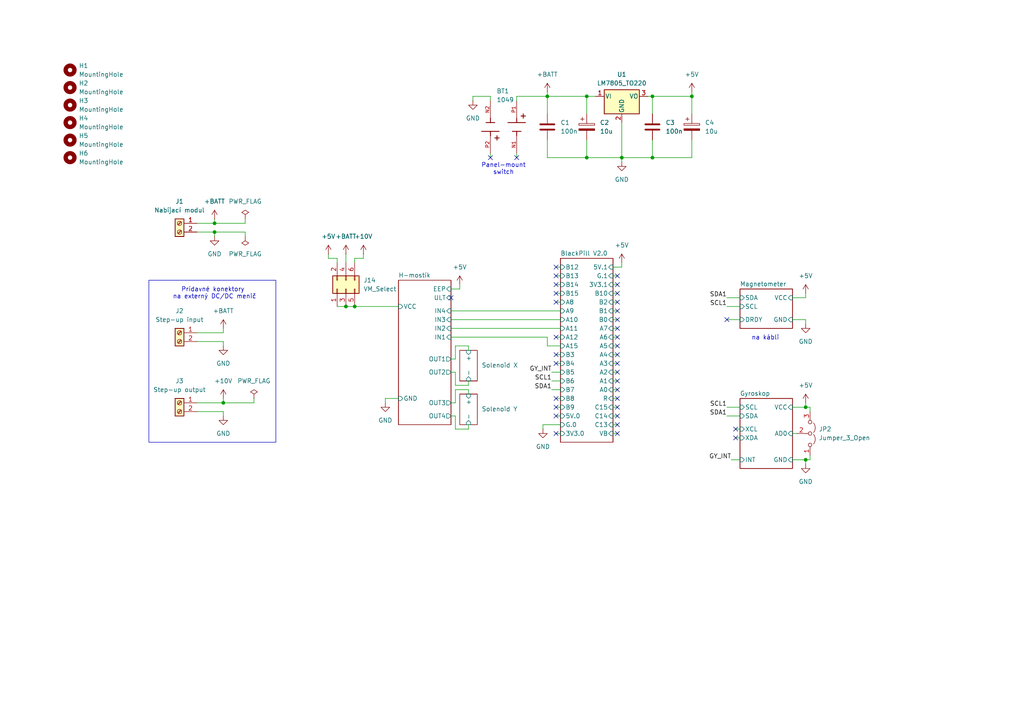
<source format=kicad_sch>
(kicad_sch (version 20250114) (generator "eeschema") (generator_version "9.0")
  (paper "A4")
  (title_block (title "Magnetorquer Control Board") (comment 1 "Main schematic"))
  (lib_symbols
    (symbol "Connector:Screw_Terminal_01x02" (pin_names (offset 1.016) (hide yes))
      (property "Reference" "J" (at 0 2.54 0))
      (property "Value" "Screw_Terminal_01x02" (at 0 -5.08 0))
      (symbol "Screw_Terminal_01x02_1_1"
        (rectangle (start -1.27 1.27) (end 1.27 -3.81) (stroke (width 0.254)) (fill (type background)))
        (polyline (pts (xy -0.5334 0.3302) (xy 0.3302 -0.508)) (stroke (width 0.1524)))
        (polyline (pts (xy -0.5334 -2.2098) (xy 0.3302 -3.048)) (stroke (width 0.1524)))
        (polyline (pts (xy -0.3556 0.508) (xy 0.508 -0.3302)) (stroke (width 0.1524)))
        (polyline (pts (xy -0.3556 -2.032) (xy 0.508 -2.8702)) (stroke (width 0.1524)))
        (circle (center 0 0) (radius 0.635) (stroke (width 0.1524)))
        (circle (center 0 -2.54) (radius 0.635) (stroke (width 0.1524)))
        (pin passive line (at -5.08 0 0) (length 3.81) (name "Pin_1") (number "1"))
        (pin passive line (at -5.08 -2.54 0) (length 3.81) (name "Pin_2") (number "2"))
      )
    )
    (symbol "Connector_Generic:Conn_02x03_Odd_Even" (pin_names (offset 1.016) (hide yes))
      (property "Reference" "J" (at 1.27 5.08 0))
      (property "Value" "Conn_02x03_Odd_Even" (at 1.27 -5.08 0))
      (symbol "Conn_02x03_Odd_Even_1_1"
        (rectangle (start -1.27 3.81) (end 3.81 -3.81) (stroke (width 0.254)) (fill (type background)))
        (rectangle (start -1.27 2.667) (end 0 2.413) (stroke (width 0.1524)))
        (rectangle (start -1.27 0.127) (end 0 -0.127) (stroke (width 0.1524)))
        (rectangle (start -1.27 -2.413) (end 0 -2.667) (stroke (width 0.1524)))
        (rectangle (start 3.81 2.667) (end 2.54 2.413) (stroke (width 0.1524)))
        (rectangle (start 3.81 0.127) (end 2.54 -0.127) (stroke (width 0.1524)))
        (rectangle (start 3.81 -2.413) (end 2.54 -2.667) (stroke (width 0.1524)))
        (pin passive line (at -5.08 2.54 0) (length 3.81) (name "Pin_1") (number "1"))
        (pin passive line (at -5.08 0 0) (length 3.81) (name "Pin_3") (number "3"))
        (pin passive line (at -5.08 -2.54 0) (length 3.81) (name "Pin_5") (number "5"))
        (pin passive line (at 7.62 2.54 180) (length 3.81) (name "Pin_2") (number "2"))
        (pin passive line (at 7.62 0 180) (length 3.81) (name "Pin_4") (number "4"))
        (pin passive line (at 7.62 -2.54 180) (length 3.81) (name "Pin_6") (number "6"))
      )
    )
    (symbol "Device:C" (pin_numbers (hide yes)) (pin_names (offset 0.254))
      (property "Reference" "C" (at 0.635 2.54 0))
      (property "Value" "C" (at 0.635 -2.54 0))
      (symbol "C_0_1"
        (polyline (pts (xy -2.032 0.762) (xy 2.032 0.762)) (stroke (width 0.508)))
        (polyline (pts (xy -2.032 -0.762) (xy 2.032 -0.762)) (stroke (width 0.508)))
      )
      (symbol "C_1_1"
        (pin passive line (at 0 3.81 270) (length 2.794) (name "~") (number "1"))
        (pin passive line (at 0 -3.81 90) (length 2.794) (name "~") (number "2"))
      )
    )
    (symbol "Device:C_Polarized" (pin_numbers (hide yes)) (pin_names (offset 0.254))
      (property "Reference" "C" (at 0.635 2.54 0))
      (property "Value" "C_Polarized" (at 0.635 -2.54 0))
      (symbol "C_Polarized_0_1"
        (rectangle (start -2.286 0.508) (end 2.286 1.016))
        (polyline (pts (xy -1.778 2.286) (xy -0.762 2.286)))
        (polyline (pts (xy -1.27 2.794) (xy -1.27 1.778)))
        (rectangle (start 2.286 -0.508) (end -2.286 -1.016) (fill (type outline)))
      )
      (symbol "C_Polarized_1_1"
        (pin passive line (at 0 3.81 270) (length 2.794) (name "~") (number "1"))
        (pin passive line (at 0 -3.81 90) (length 2.794) (name "~") (number "2"))
      )
    )
    (symbol "Jumper:Jumper_3_Open" (pin_names (offset 0) (hide yes)) (exclude_from_sim yes) (in_bom no)
      (property "Reference" "JP" (at -2.54 -2.54 0))
      (property "Value" "Jumper_3_Open" (at 0 2.794 0))
      (symbol "Jumper_3_Open_0_0"
        (circle (center -3.302 0) (radius 0.508))
        (circle (center 0 0) (radius 0.508))
        (circle (center 3.302 0) (radius 0.508))
      )
      (symbol "Jumper_3_Open_0_1"
        (arc (start -3.048 1.016) (mid -1.651 1.4992) (end -0.254 1.016))
        (polyline (pts (xy 0 -0.508) (xy 0 -1.27)))
        (arc (start 0.254 1.016) (mid 1.651 1.4992) (end 3.048 1.016))
      )
      (symbol "Jumper_3_Open_1_1"
        (pin passive line (at -6.35 0 0) (length 2.54) (name "A") (number "1"))
        (pin passive line (at 0 -3.81 90) (length 2.54) (name "C") (number "2"))
        (pin passive line (at 6.35 0 180) (length 2.54) (name "B") (number "3"))
      )
    )
    (symbol "Mechanical:MountingHole" (pin_names (offset 1.016)) (exclude_from_sim yes) (in_bom no)
      (property "Reference" "H" (at 0 5.08 0))
      (property "Value" "MountingHole" (at 0 3.175 0))
      (symbol "MountingHole_0_1"
        (circle (center 0 0) (radius 1.27) (stroke (width 1.27)))
      )
    )
    (symbol "NDE_lib:1049" (pin_names (offset 1.016))
      (property "Reference" "BT" (at -3.81 8.89 0))
      (property "Value" "1049" (at -3.81 -7.62 0))
      (symbol "1049_0_0"
        (polyline (pts (xy -3.81 6.985) (xy -2.54 6.985)) (stroke (width 0.254)))
        (polyline (pts (xy -3.175 7.62) (xy -3.175 6.35)) (stroke (width 0.254)))
        (polyline (pts (xy -1.27 7.62) (xy -1.27 5.08)) (stroke (width 0.254)))
        (polyline (pts (xy -1.27 5.08) (xy -2.54 5.08)) (stroke (width 0.254)))
        (polyline (pts (xy -1.27 5.08) (xy -1.27 2.54)) (stroke (width 0.254)))
        (polyline (pts (xy -1.27 -2.54) (xy -2.54 -2.54)) (stroke (width 0.254)))
        (polyline (pts (xy -1.27 -2.54) (xy -1.27 -1.27)) (stroke (width 0.254)))
        (polyline (pts (xy -1.27 -3.81) (xy -1.27 -2.54)) (stroke (width 0.254)))
        (polyline (pts (xy 1.27 6.35) (xy 1.27 5.08)) (stroke (width 0.254)))
        (polyline (pts (xy 1.27 5.08) (xy 1.27 3.81)) (stroke (width 0.254)))
        (polyline (pts (xy 1.27 5.08) (xy 2.54 5.08)) (stroke (width 0.254)))
        (polyline (pts (xy 1.27 -2.54) (xy 1.27 0)) (stroke (width 0.254)))
        (polyline (pts (xy 1.27 -2.54) (xy 2.54 -2.54)) (stroke (width 0.254)))
        (polyline (pts (xy 1.27 -5.08) (xy 1.27 -2.54)) (stroke (width 0.254)))
        (polyline (pts (xy 3.175 -1.27) (xy 3.175 0)) (stroke (width 0.254)))
        (polyline (pts (xy 3.81 -0.635) (xy 2.54 -0.635)) (stroke (width 0.254)))
        (pin passive line (at -7.62 5.08 0) (length 5.08) (name "~") (number "P1"))
        (pin passive line (at -7.62 -2.54 0) (length 5.08) (name "~") (number "N2"))
        (pin passive line (at 7.62 5.08 180) (length 5.08) (name "~") (number "N1"))
        (pin passive line (at 7.62 -2.54 180) (length 5.08) (name "~") (number "P2"))
      )
    )
    (symbol "Regulator_Linear:LM7805_TO220" (pin_names (offset 0.254))
      (property "Reference" "U" (at -3.81 3.175 0))
      (property "Value" "LM7805_TO220" (at 0 3.175 0))
      (symbol "LM7805_TO220_0_1"
        (rectangle (start -5.08 1.905) (end 5.08 -5.08) (stroke (width 0.254)) (fill (type background)))
      )
      (symbol "LM7805_TO220_1_1"
        (pin power_in line (at -7.62 0 0) (length 2.54) (name "VI") (number "1"))
        (pin power_in line (at 0 -7.62 90) (length 2.54) (name "GND") (number "2"))
        (pin power_out line (at 7.62 0 180) (length 2.54) (name "VO") (number "3"))
      )
    )
    (symbol "power:+10V" (power) (pin_numbers (hide yes)) (pin_names (offset 0) (hide yes))
      (property "Value" "+10V" (at 0 3.556 0))
      (symbol "+10V_0_1"
        (polyline (pts (xy -0.762 1.27) (xy 0 2.54)))
        (polyline (pts (xy 0 2.54) (xy 0.762 1.27)))
        (polyline (pts (xy 0 0) (xy 0 2.54)))
      )
      (symbol "+10V_1_1"
        (pin power_in line (at 0 0 90) (length 0) (name "~") (number "1"))
      )
    )
    (symbol "power:+5V" (power) (pin_numbers (hide yes)) (pin_names (offset 0) (hide yes))
      (property "Value" "+5V" (at 0 3.556 0))
      (symbol "+5V_0_1"
        (polyline (pts (xy -0.762 1.27) (xy 0 2.54)))
        (polyline (pts (xy 0 2.54) (xy 0.762 1.27)))
        (polyline (pts (xy 0 0) (xy 0 2.54)))
      )
      (symbol "+5V_1_1"
        (pin power_in line (at 0 0 90) (length 0) (name "~") (number "1"))
      )
    )
    (symbol "power:+BATT" (power) (pin_numbers (hide yes)) (pin_names (offset 0) (hide yes))
      (property "Value" "+BATT" (at 0 3.556 0))
      (symbol "+BATT_0_1"
        (polyline (pts (xy -0.762 1.27) (xy 0 2.54)))
        (polyline (pts (xy 0 2.54) (xy 0.762 1.27)))
        (polyline (pts (xy 0 0) (xy 0 2.54)))
      )
      (symbol "+BATT_1_1"
        (pin power_in line (at 0 0 90) (length 0) (name "~") (number "1"))
      )
    )
    (symbol "power:GND" (power) (pin_numbers (hide yes)) (pin_names (offset 0) (hide yes))
      (property "Value" "GND" (at 0 -3.81 0))
      (symbol "GND_0_1"
        (polyline (pts (xy 0 0) (xy 0 -1.27) (xy 1.27 -1.27) (xy 0 -2.54) (xy -1.27 -1.27) (xy 0 -1.27)))
      )
      (symbol "GND_1_1"
        (pin power_in line (at 0 0 270) (length 0) (name "~") (number "1"))
      )
    )
    (symbol "power:PWR_FLAG" (power) (pin_numbers (hide yes)) (pin_names (offset 0) (hide yes))
      (property "Value" "PWR_FLAG" (at 0 3.81 0))
      (symbol "PWR_FLAG_0_0"
        (pin power_out line (at 0 0 90) (length 0) (name "~") (number "1"))
      )
      (symbol "PWR_FLAG_0_1"
        (polyline (pts (xy 0 0) (xy 0 1.27) (xy -1.016 1.905) (xy 0 2.54) (xy 1.016 1.905) (xy 0 1.27)))
      )
    )
  )
  (rectangle (start 43.18 81.28) (end 80.01 128.27))
  (text "Prídavné konektory \nna externý DC/DC menič" (at 62.23 85.09 0) (effects (font (size 1.27 1.27))))
  (text "na kábli" (at 221.996 98.044 0) (effects (font (size 1.27 1.27))))
  (text "Panel-mount\nswitch" (at 146.05 49.022 0) (effects (font (size 1.27 1.27))))
  (junction (at 189.23 45.72))
  (junction (at 180.34 45.72))
  (junction (at 62.23 64.77))
  (junction (at 100.33 88.9))
  (junction (at 233.68 133.35))
  (junction (at 200.66 27.94))
  (junction (at 170.18 27.94))
  (junction (at 189.23 27.94))
  (junction (at 233.68 118.11))
  (junction (at 64.77 116.84))
  (junction (at 170.18 45.72))
  (junction (at 102.87 88.9))
  (junction (at 158.75 27.94))
  (junction (at 62.23 67.31))
  (no_connect (at 161.29 105.41))
  (no_connect (at 179.07 113.03))
  (no_connect (at 179.07 107.95))
  (no_connect (at 179.07 105.41))
  (no_connect (at 161.29 87.63))
  (no_connect (at 179.07 118.11))
  (no_connect (at 179.07 115.57))
  (no_connect (at 161.29 115.57))
  (no_connect (at 179.07 87.63))
  (no_connect (at 179.07 80.01))
  (no_connect (at 161.29 118.11))
  (no_connect (at 161.29 102.87))
  (no_connect (at 130.81 86.36))
  (no_connect (at 161.29 82.55))
  (no_connect (at 213.36 127))
  (no_connect (at 179.07 97.79))
  (no_connect (at 161.29 120.65))
  (no_connect (at 161.29 125.73))
  (no_connect (at 179.07 123.19))
  (no_connect (at 210.82 92.71))
  (no_connect (at 213.36 124.46))
  (no_connect (at 161.29 77.47))
  (no_connect (at 179.07 95.25))
  (no_connect (at 179.07 125.73))
  (no_connect (at 142.24 45.72))
  (no_connect (at 161.29 85.09))
  (no_connect (at 179.07 120.65))
  (no_connect (at 179.07 110.49))
  (no_connect (at 149.86 45.72))
  (no_connect (at 161.29 80.01))
  (no_connect (at 179.07 100.33))
  (no_connect (at 179.07 92.71))
  (no_connect (at 179.07 82.55))
  (no_connect (at 179.07 85.09))
  (no_connect (at 161.29 97.79))
  (no_connect (at 179.07 90.17))
  (no_connect (at 179.07 102.87))
  (wire (pts (xy 132.08 107.95) (xy 132.08 111.76)))
  (wire (pts (xy 158.75 27.94) (xy 170.18 27.94)))
  (wire (pts (xy 102.87 88.9) (xy 115.57 88.9)))
  (wire (pts (xy 135.89 111.76) (xy 135.89 110.49)))
  (wire (pts (xy 132.08 116.84) (xy 132.08 113.03)))
  (wire (pts (xy 161.29 82.55) (xy 162.56 82.55)))
  (wire (pts (xy 62.23 68.58) (xy 62.23 67.31)))
  (wire (pts (xy 210.82 92.71) (xy 214.63 92.71)))
  (wire (pts (xy 200.66 40.64) (xy 200.66 45.72)))
  (wire (pts (xy 105.41 73.66) (xy 105.41 74.93)))
  (wire (pts (xy 229.87 125.73) (xy 231.14 125.73)))
  (wire (pts (xy 158.75 26.67) (xy 158.75 27.94)))
  (wire (pts (xy 170.18 40.64) (xy 170.18 45.72)))
  (wire (pts (xy 210.82 86.36) (xy 214.63 86.36)))
  (wire (pts (xy 64.77 120.65) (xy 64.77 119.38)))
  (wire (pts (xy 62.23 67.31) (xy 57.15 67.31)))
  (wire (pts (xy 149.86 45.72) (xy 149.86 44.45)))
  (wire (pts (xy 73.66 116.84) (xy 64.77 116.84)))
  (wire (pts (xy 161.29 77.47) (xy 162.56 77.47)))
  (wire (pts (xy 62.23 67.31) (xy 71.12 67.31)))
  (wire (pts (xy 200.66 26.67) (xy 200.66 27.94)))
  (wire (pts (xy 64.77 116.84) (xy 57.15 116.84)))
  (wire (pts (xy 130.81 120.65) (xy 132.08 120.65)))
  (wire (pts (xy 180.34 35.56) (xy 180.34 45.72)))
  (wire (pts (xy 71.12 67.31) (xy 71.12 68.58)))
  (wire (pts (xy 161.29 80.01) (xy 162.56 80.01)))
  (wire (pts (xy 157.48 123.19) (xy 162.56 123.19)))
  (wire (pts (xy 233.68 92.71) (xy 233.68 93.98)))
  (wire (pts (xy 177.8 95.25) (xy 179.07 95.25)))
  (wire (pts (xy 100.33 76.2) (xy 100.33 73.66)))
  (wire (pts (xy 229.87 86.36) (xy 233.68 86.36)))
  (wire (pts (xy 180.34 77.47) (xy 180.34 76.2)))
  (wire (pts (xy 170.18 27.94) (xy 172.72 27.94)))
  (wire (pts (xy 177.8 92.71) (xy 179.07 92.71)))
  (wire (pts (xy 160.02 110.49) (xy 162.56 110.49)))
  (wire (pts (xy 64.77 119.38) (xy 57.15 119.38)))
  (wire (pts (xy 132.08 124.46) (xy 135.89 124.46)))
  (wire (pts (xy 177.8 125.73) (xy 179.07 125.73)))
  (wire (pts (xy 158.75 40.64) (xy 158.75 45.72)))
  (wire (pts (xy 62.23 64.77) (xy 57.15 64.77)))
  (wire (pts (xy 180.34 45.72) (xy 189.23 45.72)))
  (wire (pts (xy 229.87 92.71) (xy 233.68 92.71)))
  (wire (pts (xy 130.81 92.71) (xy 162.56 92.71)))
  (wire (pts (xy 161.29 85.09) (xy 162.56 85.09)))
  (wire (pts (xy 158.75 45.72) (xy 170.18 45.72)))
  (wire (pts (xy 105.41 74.93) (xy 102.87 74.93)))
  (wire (pts (xy 132.08 111.76) (xy 135.89 111.76)))
  (wire (pts (xy 177.8 105.41) (xy 179.07 105.41)))
  (wire (pts (xy 161.29 102.87) (xy 162.56 102.87)))
  (wire (pts (xy 180.34 45.72) (xy 180.34 46.99)))
  (wire (pts (xy 233.68 86.36) (xy 233.68 85.09)))
  (wire (pts (xy 210.82 88.9) (xy 214.63 88.9)))
  (wire (pts (xy 210.82 118.11) (xy 214.63 118.11)))
  (wire (pts (xy 130.81 97.79) (xy 158.75 97.79)))
  (wire (pts (xy 233.68 118.11) (xy 233.68 116.84)))
  (wire (pts (xy 132.08 120.65) (xy 132.08 124.46)))
  (wire (pts (xy 161.29 87.63) (xy 162.56 87.63)))
  (wire (pts (xy 132.08 113.03) (xy 135.89 113.03)))
  (wire (pts (xy 213.36 124.46) (xy 214.63 124.46)))
  (wire (pts (xy 100.33 88.9) (xy 102.87 88.9)))
  (wire (pts (xy 170.18 45.72) (xy 180.34 45.72)))
  (wire (pts (xy 73.66 115.57) (xy 73.66 116.84)))
  (wire (pts (xy 133.35 82.55) (xy 133.35 83.82)))
  (wire (pts (xy 142.24 45.72) (xy 142.24 44.45)))
  (wire (pts (xy 177.8 107.95) (xy 179.07 107.95)))
  (wire (pts (xy 135.89 100.33) (xy 135.89 101.6)))
  (wire (pts (xy 177.8 118.11) (xy 179.07 118.11)))
  (wire (pts (xy 233.68 133.35) (xy 233.68 134.62)))
  (wire (pts (xy 161.29 97.79) (xy 162.56 97.79)))
  (wire (pts (xy 161.29 118.11) (xy 162.56 118.11)))
  (wire (pts (xy 229.87 133.35) (xy 233.68 133.35)))
  (wire (pts (xy 64.77 99.06) (xy 57.15 99.06)))
  (wire (pts (xy 189.23 27.94) (xy 200.66 27.94)))
  (wire (pts (xy 212.09 133.35) (xy 214.63 133.35)))
  (wire (pts (xy 161.29 125.73) (xy 162.56 125.73)))
  (wire (pts (xy 177.8 115.57) (xy 179.07 115.57)))
  (wire (pts (xy 64.77 96.52) (xy 57.15 96.52)))
  (wire (pts (xy 200.66 27.94) (xy 200.66 33.02)))
  (wire (pts (xy 158.75 100.33) (xy 162.56 100.33)))
  (wire (pts (xy 234.95 118.11) (xy 233.68 118.11)))
  (wire (pts (xy 102.87 74.93) (xy 102.87 76.2)))
  (wire (pts (xy 189.23 45.72) (xy 200.66 45.72)))
  (wire (pts (xy 229.87 118.11) (xy 233.68 118.11)))
  (wire (pts (xy 137.16 27.94) (xy 137.16 29.21)))
  (wire (pts (xy 177.8 113.03) (xy 179.07 113.03)))
  (wire (pts (xy 177.8 77.47) (xy 180.34 77.47)))
  (wire (pts (xy 64.77 96.52) (xy 64.77 95.25)))
  (wire (pts (xy 149.86 27.94) (xy 158.75 27.94)))
  (wire (pts (xy 189.23 40.64) (xy 189.23 45.72)))
  (wire (pts (xy 130.81 107.95) (xy 132.08 107.95)))
  (wire (pts (xy 210.82 120.65) (xy 214.63 120.65)))
  (wire (pts (xy 135.89 124.46) (xy 135.89 123.19)))
  (wire (pts (xy 177.8 87.63) (xy 179.07 87.63)))
  (wire (pts (xy 130.81 90.17) (xy 162.56 90.17)))
  (wire (pts (xy 62.23 64.77) (xy 62.23 63.5)))
  (wire (pts (xy 161.29 120.65) (xy 162.56 120.65)))
  (wire (pts (xy 213.36 127) (xy 214.63 127)))
  (wire (pts (xy 177.8 123.19) (xy 179.07 123.19)))
  (wire (pts (xy 189.23 27.94) (xy 189.23 33.02)))
  (wire (pts (xy 158.75 97.79) (xy 158.75 100.33)))
  (wire (pts (xy 177.8 85.09) (xy 179.07 85.09)))
  (wire (pts (xy 62.23 64.77) (xy 71.12 64.77)))
  (wire (pts (xy 130.81 104.14) (xy 132.08 104.14)))
  (wire (pts (xy 115.57 115.57) (xy 111.76 115.57)))
  (wire (pts (xy 158.75 27.94) (xy 158.75 33.02)))
  (wire (pts (xy 161.29 105.41) (xy 162.56 105.41)))
  (wire (pts (xy 162.56 107.95) (xy 160.02 107.95)))
  (wire (pts (xy 177.8 97.79) (xy 179.07 97.79)))
  (wire (pts (xy 177.8 102.87) (xy 179.07 102.87)))
  (wire (pts (xy 135.89 113.03) (xy 135.89 114.3)))
  (wire (pts (xy 149.86 29.21) (xy 149.86 27.94)))
  (wire (pts (xy 177.8 90.17) (xy 179.07 90.17)))
  (wire (pts (xy 234.95 133.35) (xy 233.68 133.35)))
  (wire (pts (xy 170.18 27.94) (xy 170.18 33.02)))
  (wire (pts (xy 160.02 113.03) (xy 162.56 113.03)))
  (wire (pts (xy 64.77 115.57) (xy 64.77 116.84)))
  (wire (pts (xy 177.8 110.49) (xy 179.07 110.49)))
  (wire (pts (xy 111.76 115.57) (xy 111.76 116.84)))
  (wire (pts (xy 177.8 80.01) (xy 179.07 80.01)))
  (wire (pts (xy 97.79 74.93) (xy 97.79 76.2)))
  (wire (pts (xy 130.81 95.25) (xy 162.56 95.25)))
  (wire (pts (xy 130.81 116.84) (xy 132.08 116.84)))
  (wire (pts (xy 64.77 100.33) (xy 64.77 99.06)))
  (wire (pts (xy 71.12 63.5) (xy 71.12 64.77)))
  (wire (pts (xy 234.95 132.08) (xy 234.95 133.35)))
  (wire (pts (xy 137.16 27.94) (xy 142.24 27.94)))
  (wire (pts (xy 133.35 83.82) (xy 130.81 83.82)))
  (wire (pts (xy 95.25 74.93) (xy 95.25 73.66)))
  (wire (pts (xy 187.96 27.94) (xy 189.23 27.94)))
  (wire (pts (xy 132.08 104.14) (xy 132.08 100.33)))
  (wire (pts (xy 95.25 74.93) (xy 97.79 74.93)))
  (wire (pts (xy 142.24 29.21) (xy 142.24 27.94)))
  (wire (pts (xy 161.29 115.57) (xy 162.56 115.57)))
  (wire (pts (xy 132.08 100.33) (xy 135.89 100.33)))
  (wire (pts (xy 157.48 124.46) (xy 157.48 123.19)))
  (wire (pts (xy 177.8 120.65) (xy 179.07 120.65)))
  (wire (pts (xy 177.8 82.55) (xy 179.07 82.55)))
  (wire (pts (xy 234.95 119.38) (xy 234.95 118.11)))
  (wire (pts (xy 177.8 100.33) (xy 179.07 100.33)))
  (wire (pts (xy 97.79 88.9) (xy 100.33 88.9)))
  (label "SCL1" (at 210.82 88.9 180))
  (label "SCL1" (at 160.02 110.49 180))
  (label "SDA1" (at 160.02 113.03 180))
  (label "GY_INT" (at 160.02 107.95 180))
  (label "GY_INT" (at 212.09 133.35 180))
  (label "SCL1" (at 210.82 118.11 180))
  (label "SDA1" (at 210.82 120.65 180))
  (label "SDA1" (at 210.82 86.36 180))
  (symbol (lib_id "Connector:Screw_Terminal_01x02") (at 52.07 96.52 0) (mirror y) (unit 1)
    (property "Reference" "J2" (at 52.07 90.17 0))
    (property "Value" "Step-up input" (at 52.07 92.71 0))
    (property "Footprint" "TerminalBlock_RND:TerminalBlock_RND_205-00012_1x02_P5.00mm_Horizontal" (effects (hide yes)))
    (property "Datasheet" "https://www.tme.eu/cz/details/tc0203620000g/svorkovnice-do-plosnych-spoju/amphenol-anytek/" (effects (hide yes)))
    (property "Description" "Generic screw terminal, single row, 01x02, script generated (kicad-library-utils/schlib/autogen/connector/)" (effects (hide yes)))
  )
  (symbol (lib_id "Mechanical:MountingHole") (at 20.32 40.64 0) (unit 1) (exclude_from_sim yes) (in_bom no)
    (property "Reference" "H5" (at 22.86 39.3699 0) (effects (justify left)))
    (property "Value" "MountingHole" (at 22.86 41.9099 0) (effects (justify left)))
    (property "Footprint" "MountingHole:MountingHole_3.2mm_M3_ISO14580" (effects (hide yes)))
    (property "Description" "Mounting Hole without connection" (effects (hide yes)))
  )
  (symbol (lib_id "Mechanical:MountingHole") (at 20.32 45.72 0) (unit 1) (exclude_from_sim yes) (in_bom no)
    (property "Reference" "H6" (at 22.86 44.4499 0) (effects (justify left)))
    (property "Value" "MountingHole" (at 22.86 46.9899 0) (effects (justify left)))
    (property "Footprint" "MountingHole:MountingHole_3.2mm_M3_ISO14580" (effects (hide yes)))
    (property "Description" "Mounting Hole without connection" (effects (hide yes)))
  )
  (symbol (lib_id "Connector:Screw_Terminal_01x02") (at 52.07 64.77 0) (mirror y) (unit 1)
    (property "Reference" "J1" (at 52.07 58.42 0))
    (property "Value" "Nabíjací modul" (at 52.07 60.96 0))
    (property "Footprint" "TerminalBlock_RND:TerminalBlock_RND_205-00012_1x02_P5.00mm_Horizontal" (effects (hide yes)))
    (property "Datasheet" "https://www.tme.eu/cz/details/tc0203620000g/svorkovnice-do-plosnych-spoju/amphenol-anytek/" (effects (hide yes)))
    (property "Description" "Generic screw terminal, single row, 01x02, script generated (kicad-library-utils/schlib/autogen/connector/)" (effects (hide yes)))
  )
  (symbol (lib_id "Device:C_Polarized") (at 170.18 36.83 0) (unit 1)
    (property "Reference" "C2" (at 173.99 35.56 0) (effects (justify left)))
    (property "Value" "10u" (at 173.99 38.1 0) (effects (justify left)))
    (property "Footprint" "Capacitor_THT:CP_Radial_D5.0mm_P2.50mm" (effects (hide yes)))
    (property "Description" "Polarized capacitor" (effects (hide yes)))
  )
  (symbol (lib_id "Jumper:Jumper_3_Open") (at 234.95 125.73 270) (mirror x) (unit 1) (in_bom no)
    (property "Reference" "JP2" (at 237.49 124.4599 90) (effects (justify left)))
    (property "Value" "Jumper_3_Open" (at 237.49 126.9999 90) (effects (justify left)))
    (property "Footprint" "Connector_PinHeader_2.54mm:PinHeader_1x03_P2.54mm_Vertical" (effects (hide yes)))
    (property "Description" "Jumper, 3-pole, both open" (effects (hide yes)))
  )
  (symbol (lib_id "NDE_lib:1049") (at 144.78 36.83 270) (unit 1)
    (property "Reference" "BT1" (at 144.018 26.416 90) (effects (justify left)))
    (property "Value" "1049" (at 144.018 28.956 90) (effects (justify left)))
    (property "Footprint" "NDE_lib:BAT_1049" (effects (hide yes)))
    (property "MF" "Keystone Electronics" (effects (hide yes)))
    (property "MAXIMUM_PACKAGE_HEIGHT" "15.1mm" (effects (hide yes)))
    (property "Package" "None" (effects (hide yes)))
    (property "Price" "None" (effects (hide yes)))
    (property "Check_prices" "https://www.snapeda.com/parts/1049/Keystone/view-part/?ref=eda" (effects (hide yes)))
    (property "STANDARD" "Manufacturer Recommendations" (effects (hide yes)))
    (property "PARTREV" "F" (effects (hide yes)))
    (property "SnapEDA_Link" "https://www.snapeda.com/parts/1049/Keystone/view-part/?ref=snap" (effects (hide yes)))
    (property "MP" "1049" (effects (hide yes)))
    (property "Description_1" "THM Holder for Dual 18650 Batteries" (effects (hide yes)))
    (property "MANUFACTURER" "Keystone" (effects (hide yes)))
    (property "Availability" "Not in stock" (effects (hide yes)))
    (property "SNAPEDA_PN" "109" (effects (hide yes)))
  )
  (symbol (lib_id "power:+BATT") (at 62.23 63.5 0) (unit 1)
    (property "Reference" "#PWR01" (effects (hide yes)))
    (property "Value" "+BATT" (at 62.23 58.42 0))
    (property "Description" "Power symbol creates a global label with name \"+BATT\"" (effects (hide yes)))
  )
  (symbol (lib_id "Mechanical:MountingHole") (at 20.32 25.4 0) (unit 1) (exclude_from_sim yes) (in_bom no)
    (property "Reference" "H2" (at 22.86 24.1299 0) (effects (justify left)))
    (property "Value" "MountingHole" (at 22.86 26.6699 0) (effects (justify left)))
    (property "Footprint" "MountingHole:MountingHole_3.2mm_M3_ISO14580" (effects (hide yes)))
    (property "Description" "Mounting Hole without connection" (effects (hide yes)))
  )
  (symbol (lib_id "power:+BATT") (at 64.77 95.25 0) (unit 1)
    (property "Reference" "#PWR06" (effects (hide yes)))
    (property "Value" "+BATT" (at 64.77 90.17 0))
    (property "Description" "Power symbol creates a global label with name \"+BATT\"" (effects (hide yes)))
  )
  (symbol (lib_id "power:GND") (at 180.34 46.99 0) (unit 1)
    (property "Reference" "#PWR07" (effects (hide yes)))
    (property "Value" "GND" (at 180.34 52.07 0))
    (property "Description" "Power symbol creates a global label with name \"GND\" , ground" (effects (hide yes)))
  )
  (symbol (lib_id "Regulator_Linear:LM7805_TO220") (at 180.34 27.94 0) (unit 1)
    (property "Reference" "U1" (at 180.34 21.59 0))
    (property "Value" "LM7805_TO220" (at 180.34 24.13 0))
    (property "Footprint" "Package_TO_SOT_THT:TO-220-3_Vertical" (effects (hide yes)))
    (property "Datasheet" "https://www.onsemi.cn/PowerSolutions/document/MC7800-D.PDF" (effects (hide yes)))
    (property "Description" "Positive 1A 35V Linear Regulator, Fixed Output 5V, TO-220" (effects (hide yes)))
  )
  (symbol (lib_id "power:GND") (at 64.77 120.65 0) (unit 1)
    (property "Reference" "#PWR011" (effects (hide yes)))
    (property "Value" "GND" (at 64.77 125.73 0))
    (property "Description" "Power symbol creates a global label with name \"GND\" , ground" (effects (hide yes)))
  )
  (symbol (lib_id "power:GND") (at 157.48 124.46 0) (unit 1)
    (property "Reference" "#PWR017" (effects (hide yes)))
    (property "Value" "GND" (at 157.48 129.54 0))
    (property "Description" "Power symbol creates a global label with name \"GND\" , ground" (effects (hide yes)))
  )
  (symbol (lib_id "power:+5V") (at 233.68 116.84 0) (unit 1)
    (property "Reference" "#PWR016" (effects (hide yes)))
    (property "Value" "+5V" (at 233.68 111.76 0))
    (property "Description" "Power symbol creates a global label with name \"+5V\"" (effects (hide yes)))
  )
  (symbol (lib_id "Device:C_Polarized") (at 200.66 36.83 0) (unit 1)
    (property "Reference" "C4" (at 204.47 35.56 0) (effects (justify left)))
    (property "Value" "10u" (at 204.47 38.1 0) (effects (justify left)))
    (property "Footprint" "Capacitor_THT:CP_Radial_D5.0mm_P2.50mm" (effects (hide yes)))
    (property "Description" "Polarized capacitor" (effects (hide yes)))
  )
  (symbol (lib_id "Device:C") (at 158.75 36.83 0) (unit 1)
    (property "Reference" "C1" (at 162.56 35.5599 0) (effects (justify left)))
    (property "Value" "100n" (at 162.56 38.0999 0) (effects (justify left)))
    (property "Footprint" "Capacitor_THT:C_Disc_D5.0mm_W2.5mm_P2.50mm" (effects (hide yes)))
    (property "Description" "Unpolarized capacitor" (effects (hide yes)))
  )
  (symbol (lib_id "power:PWR_FLAG") (at 73.66 115.57 0) (unit 1) (in_bom no)
    (property "Reference" "#FLG03" (effects (hide yes)))
    (property "Value" "PWR_FLAG" (at 73.66 110.49 0))
    (property "Description" "Special symbol for telling ERC where power comes from" (effects (hide yes)))
  )
  (symbol (lib_id "power:+5V") (at 200.66 26.67 0) (unit 1)
    (property "Reference" "#PWR03" (effects (hide yes)))
    (property "Value" "+5V" (at 200.66 21.59 0))
    (property "Description" "Power symbol creates a global label with name \"+5V\"" (effects (hide yes)))
  )
  (symbol (lib_id "Connector_Generic:Conn_02x03_Odd_Even") (at 100.33 83.82 90) (unit 1)
    (property "Reference" "J14" (at 105.41 81.2799 90) (effects (justify right)))
    (property "Value" "VM_Select" (at 105.41 83.8199 90) (effects (justify right)))
    (property "Footprint" "Connector_PinHeader_2.54mm:PinHeader_2x03_P2.54mm_Vertical" (effects (hide yes)))
    (property "Description" "Generic connector, double row, 02x03, odd/even pin numbering scheme (row 1 odd numbers, row 2 even numbers), script generated (kicad-library-utils/schlib/autogen/connector/)" (effects (hide yes)))
  )
  (symbol (lib_id "power:+10V") (at 64.77 115.57 0) (unit 1)
    (property "Reference" "#PWR020" (effects (hide yes)))
    (property "Value" "+10V" (at 64.77 110.49 0))
    (property "Description" "Power symbol creates a global label with name \"+10V\"" (effects (hide yes)))
  )
  (symbol (lib_id "power:GND") (at 233.68 134.62 0) (unit 1)
    (property "Reference" "#PWR019" (effects (hide yes)))
    (property "Value" "GND" (at 233.68 139.7 0))
    (property "Description" "Power symbol creates a global label with name \"GND\" , ground" (effects (hide yes)))
  )
  (symbol (lib_id "power:+5V") (at 180.34 76.2 0) (unit 1)
    (property "Reference" "#PWR010" (effects (hide yes)))
    (property "Value" "+5V" (at 180.34 71.12 0))
    (property "Description" "Power symbol creates a global label with name \"+5V\"" (effects (hide yes)))
  )
  (symbol (lib_id "Mechanical:MountingHole") (at 20.32 30.48 0) (unit 1) (exclude_from_sim yes) (in_bom no)
    (property "Reference" "H3" (at 22.86 29.2099 0) (effects (justify left)))
    (property "Value" "MountingHole" (at 22.86 31.7499 0) (effects (justify left)))
    (property "Footprint" "MountingHole:MountingHole_3.2mm_M3_ISO14580" (effects (hide yes)))
    (property "Description" "Mounting Hole without connection" (effects (hide yes)))
  )
  (symbol (lib_id "power:PWR_FLAG") (at 71.12 63.5 0) (mirror y) (unit 1) (in_bom no)
    (property "Reference" "#FLG01" (effects (hide yes)))
    (property "Value" "PWR_FLAG" (at 71.12 58.42 0))
    (property "Description" "Special symbol for telling ERC where power comes from" (effects (hide yes)))
  )
  (symbol (lib_id "power:GND") (at 111.76 116.84 0) (unit 1)
    (property "Reference" "#PWR018" (effects (hide yes)))
    (property "Value" "GND" (at 111.76 121.92 0))
    (property "Description" "Power symbol creates a global label with name \"GND\" , ground" (effects (hide yes)))
  )
  (symbol (lib_id "power:+BATT") (at 100.33 73.66 0) (unit 1)
    (property "Reference" "#PWR015" (effects (hide yes)))
    (property "Value" "+BATT" (at 100.33 68.58 0))
    (property "Description" "Power symbol creates a global label with name \"+BATT\"" (effects (hide yes)))
  )
  (symbol (lib_id "Device:C") (at 189.23 36.83 0) (unit 1)
    (property "Reference" "C3" (at 193.04 35.5599 0) (effects (justify left)))
    (property "Value" "100n" (at 193.04 38.0999 0) (effects (justify left)))
    (property "Footprint" "Capacitor_THT:C_Disc_D5.0mm_W2.5mm_P2.50mm" (effects (hide yes)))
    (property "Description" "Unpolarized capacitor" (effects (hide yes)))
  )
  (symbol (lib_id "power:+BATT") (at 158.75 26.67 0) (unit 1)
    (property "Reference" "#PWR02" (effects (hide yes)))
    (property "Value" "+BATT" (at 158.75 21.59 0))
    (property "Description" "Power symbol creates a global label with name \"+BATT\"" (effects (hide yes)))
  )
  (symbol (lib_id "power:GND") (at 62.23 68.58 0) (unit 1)
    (property "Reference" "#PWR05" (effects (hide yes)))
    (property "Value" "GND" (at 62.23 73.66 0))
    (property "Description" "Power symbol creates a global label with name \"GND\" , ground" (effects (hide yes)))
  )
  (symbol (lib_id "power:PWR_FLAG") (at 71.12 68.58 180) (unit 1) (in_bom no)
    (property "Reference" "#FLG02" (effects (hide yes)))
    (property "Value" "PWR_FLAG" (at 71.12 73.66 0))
    (property "Description" "Special symbol for telling ERC where power comes from" (effects (hide yes)))
  )
  (symbol (lib_id "power:GND") (at 64.77 100.33 0) (unit 1)
    (property "Reference" "#PWR08" (effects (hide yes)))
    (property "Value" "GND" (at 64.77 105.41 0))
    (property "Description" "Power symbol creates a global label with name \"GND\" , ground" (effects (hide yes)))
  )
  (symbol (lib_id "power:GND") (at 233.68 93.98 0) (unit 1)
    (property "Reference" "#PWR014" (effects (hide yes)))
    (property "Value" "GND" (at 233.68 99.06 0))
    (property "Description" "Power symbol creates a global label with name \"GND\" , ground" (effects (hide yes)))
  )
  (symbol (lib_id "power:+5V") (at 133.35 82.55 0) (unit 1)
    (property "Reference" "#PWR013" (effects (hide yes)))
    (property "Value" "+5V" (at 133.35 77.47 0))
    (property "Description" "Power symbol creates a global label with name \"+5V\"" (effects (hide yes)))
  )
  (symbol (lib_id "power:+5V") (at 233.68 85.09 0) (unit 1)
    (property "Reference" "#PWR012" (effects (hide yes)))
    (property "Value" "+5V" (at 233.68 80.01 0))
    (property "Description" "Power symbol creates a global label with name \"+5V\"" (effects (hide yes)))
  )
  (symbol (lib_id "power:GND") (at 137.16 29.21 0) (unit 1)
    (property "Reference" "#PWR04" (effects (hide yes)))
    (property "Value" "GND" (at 137.16 34.29 0))
    (property "Description" "Power symbol creates a global label with name \"GND\" , ground" (effects (hide yes)))
  )
  (symbol (lib_id "Mechanical:MountingHole") (at 20.32 20.32 0) (unit 1) (exclude_from_sim yes) (in_bom no)
    (property "Reference" "H1" (at 22.86 19.0499 0) (effects (justify left)))
    (property "Value" "MountingHole" (at 22.86 21.5899 0) (effects (justify left)))
    (property "Footprint" "MountingHole:MountingHole_3.2mm_M3_ISO14580" (effects (hide yes)))
    (property "Description" "Mounting Hole without connection" (effects (hide yes)))
  )
  (symbol (lib_id "power:+5V") (at 95.25 73.66 0) (unit 1)
    (property "Reference" "#PWR022" (effects (hide yes)))
    (property "Value" "+5V" (at 95.25 68.58 0))
    (property "Description" "Power symbol creates a global label with name \"+5V\"" (effects (hide yes)))
  )
  (symbol (lib_id "Mechanical:MountingHole") (at 20.32 35.56 0) (unit 1) (exclude_from_sim yes) (in_bom no)
    (property "Reference" "H4" (at 22.86 34.2899 0) (effects (justify left)))
    (property "Value" "MountingHole" (at 22.86 36.8299 0) (effects (justify left)))
    (property "Footprint" "MountingHole:MountingHole_3.2mm_M3_ISO14580" (effects (hide yes)))
    (property "Description" "Mounting Hole without connection" (effects (hide yes)))
  )
  (symbol (lib_id "power:+10V") (at 105.41 73.66 0) (unit 1)
    (property "Reference" "#PWR021" (effects (hide yes)))
    (property "Value" "+10V" (at 105.41 68.58 0))
    (property "Description" "Power symbol creates a global label with name \"+10V\"" (effects (hide yes)))
  )
  (symbol (lib_id "Connector:Screw_Terminal_01x02") (at 52.07 116.84 0) (mirror y) (unit 1)
    (property "Reference" "J3" (at 52.07 110.49 0))
    (property "Value" "Step-up output" (at 52.07 113.03 0))
    (property "Footprint" "TerminalBlock_RND:TerminalBlock_RND_205-00012_1x02_P5.00mm_Horizontal" (effects (hide yes)))
    (property "Datasheet" "https://www.tme.eu/cz/details/tc0203620000g/svorkovnice-do-plosnych-spoju/amphenol-anytek/" (effects (hide yes)))
    (property "Description" "Generic screw terminal, single row, 01x02, script generated (kicad-library-utils/schlib/autogen/connector/)" (effects (hide yes)))
  )
  (sheet (at 133.35 101.6) (size 5.08 8.89) (stroke (width 0.1524))
    (property "Sheetname" "Solenoid X" (at 139.7 106.68 0) (effects (justify left bottom)))
    (property "Sheetfile" "solenoid.kicad_sch" (effects (hide yes)))
    (pin "+" input (at 135.89 101.6 90))
    (pin "-" input (at 135.89 110.49 270))
  )
  (sheet (at 162.56 74.93) (size 15.24 53.34) (stroke (width 0.1524))
    (property "Sheetname" "BlackPill V2.0" (at 162.56 74.2184 0) (effects (justify left bottom)))
    (property "Sheetfile" "blackpill.kicad_sch" (effects (hide yes)))
    (pin "A0" input (at 177.8 113.03 0))
    (pin "A1" input (at 177.8 110.49 0))
    (pin "A2" input (at 177.8 107.95 0))
    (pin "A3" input (at 177.8 105.41 0))
    (pin "A4" input (at 177.8 102.87 0))
    (pin "A5" input (at 177.8 100.33 0))
    (pin "A6" input (at 177.8 97.79 0))
    (pin "A7" input (at 177.8 95.25 0))
    (pin "A8" input (at 162.56 87.63 180))
    (pin "3V3.0" input (at 162.56 125.73 180))
    (pin "3V3.1" input (at 177.8 82.55 0))
    (pin "5V.0" input (at 162.56 120.65 180))
    (pin "5V.1" input (at 177.8 77.47 0))
    (pin "A9" input (at 162.56 90.17 180))
    (pin "A10" input (at 162.56 92.71 180))
    (pin "A11" input (at 162.56 95.25 180))
    (pin "A12" input (at 162.56 97.79 180))
    (pin "A15" input (at 162.56 100.33 180))
    (pin "B0" input (at 177.8 92.71 0))
    (pin "B1" input (at 177.8 90.17 0))
    (pin "B2" input (at 177.8 87.63 0))
    (pin "B3" input (at 162.56 102.87 180))
    (pin "B4" input (at 162.56 105.41 180))
    (pin "B5" input (at 162.56 107.95 180))
    (pin "B6" input (at 162.56 110.49 180))
    (pin "B7" input (at 162.56 113.03 180))
    (pin "B8" input (at 162.56 115.57 180))
    (pin "B9" input (at 162.56 118.11 180))
    (pin "B10" input (at 177.8 85.09 0))
    (pin "B12" input (at 162.56 77.47 180))
    (pin "B13" input (at 162.56 80.01 180))
    (pin "B14" input (at 162.56 82.55 180))
    (pin "B15" input (at 162.56 85.09 180))
    (pin "C13" input (at 177.8 123.19 0))
    (pin "C14" input (at 177.8 120.65 0))
    (pin "C15" input (at 177.8 118.11 0))
    (pin "G.0" input (at 162.56 123.19 180))
    (pin "G.1" input (at 177.8 80.01 0))
    (pin "R" input (at 177.8 115.57 0))
    (pin "VB" input (at 177.8 125.73 0))
  )
  (sheet (at 214.63 115.57) (size 15.24 20.32) (stroke (width 0.1524))
    (property "Sheetname" "Gyroskop" (at 214.63 114.8584 0) (effects (justify left bottom)))
    (property "Sheetfile" "gyro.kicad_sch" (effects (hide yes)))
    (pin "AD0" input (at 229.87 125.73 0))
    (pin "GND" input (at 229.87 133.35 0))
    (pin "INT" input (at 214.63 133.35 180))
    (pin "SCL" input (at 214.63 118.11 180))
    (pin "SDA" input (at 214.63 120.65 180))
    (pin "VCC" input (at 229.87 118.11 0))
    (pin "XCL" input (at 214.63 124.46 180))
    (pin "XDA" input (at 214.63 127 180))
  )
  (sheet (at 115.57 81.28) (size 15.24 41.91) (stroke (width 0.1524))
    (property "Sheetname" "H-mostík" (at 115.57 80.5684 0) (effects (justify left bottom)))
    (property "Sheetfile" "hbridge.kicad_sch" (effects (hide yes)))
    (pin "EEP" input (at 130.81 83.82 0))
    (pin "GND" input (at 115.57 115.57 180))
    (pin "IN1" input (at 130.81 97.79 0))
    (pin "IN2" input (at 130.81 95.25 0))
    (pin "IN3" input (at 130.81 92.71 0))
    (pin "IN4" input (at 130.81 90.17 0))
    (pin "OUT1" output (at 130.81 104.14 0))
    (pin "OUT2" output (at 130.81 107.95 0))
    (pin "OUT3" output (at 130.81 116.84 0))
    (pin "OUT4" output (at 130.81 120.65 0))
    (pin "ULT" input (at 130.81 86.36 0))
    (pin "VCC" input (at 115.57 88.9 180))
  )
  (sheet (at 214.63 83.82) (size 15.24 11.43) (stroke (width 0.1524))
    (property "Sheetname" "Magnetometer" (at 214.63 83.1084 0) (effects (justify left bottom)))
    (property "Sheetfile" "magnetometer.kicad_sch" (effects (hide yes)))
    (pin "DRDY" input (at 214.63 92.71 180))
    (pin "GND" input (at 229.87 92.71 0))
    (pin "SCL" input (at 214.63 88.9 180))
    (pin "SDA" input (at 214.63 86.36 180))
    (pin "VCC" input (at 229.87 86.36 0))
  )
  (sheet (at 133.35 114.3) (size 5.08 8.89) (stroke (width 0.1524))
    (property "Sheetname" "Solenoid Y" (at 139.7 119.38 0) (effects (justify left bottom)))
    (property "Sheetfile" "solenoid.kicad_sch" (effects (hide yes)))
    (pin "+" input (at 135.89 114.3 90))
    (pin "-" input (at 135.89 123.19 270))
  )
)
</source>
